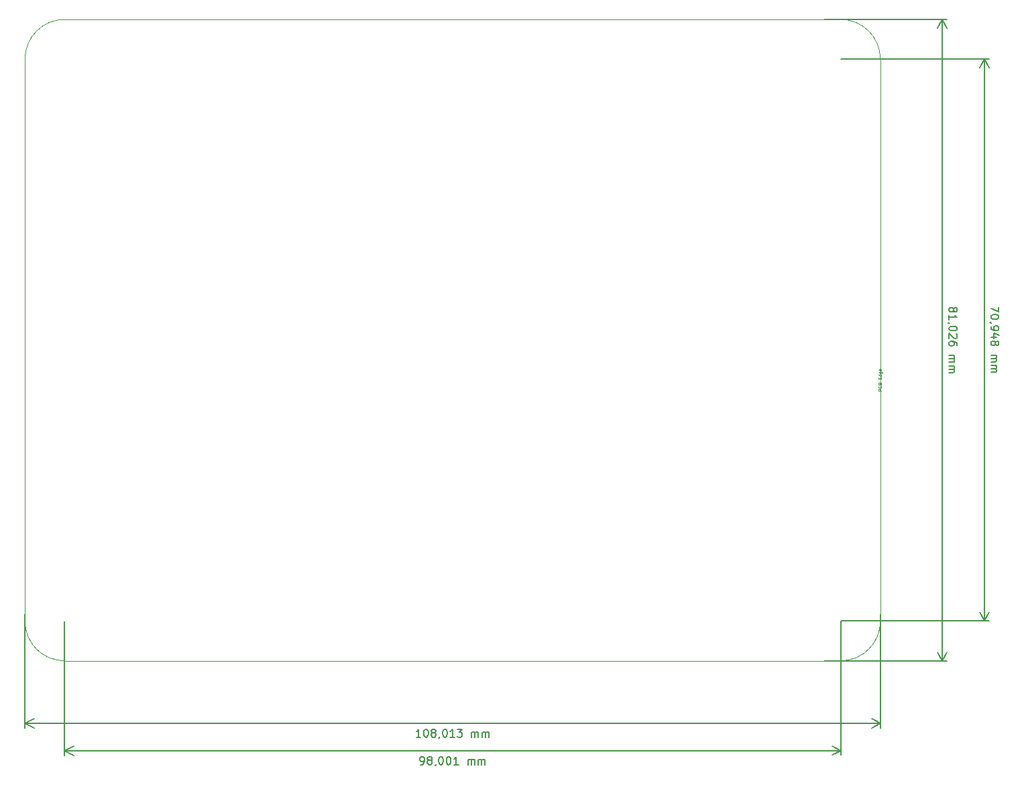
<source format=gbr>
%TF.GenerationSoftware,KiCad,Pcbnew,5.1.6-c6e7f7d~86~ubuntu18.04.1*%
%TF.CreationDate,2020-05-26T14:20:14+02:00*%
%TF.ProjectId,moeder_milda_v01,6d6f6564-6572-45f6-9d69-6c64615f7630,rev?*%
%TF.SameCoordinates,Original*%
%TF.FileFunction,OtherDrawing,Comment*%
%FSLAX46Y46*%
G04 Gerber Fmt 4.6, Leading zero omitted, Abs format (unit mm)*
G04 Created by KiCad (PCBNEW 5.1.6-c6e7f7d~86~ubuntu18.04.1) date 2020-05-26 14:20:14*
%MOMM*%
%LPD*%
G01*
G04 APERTURE LIST*
%ADD10C,0.050000*%
%ADD11C,0.150000*%
%ADD12C,0.040000*%
G04 APERTURE END LIST*
D10*
X135000000Y-16000000D02*
G75*
G02*
X140000000Y-21000000I0J-5000000D01*
G01*
D11*
X81962504Y-110111526D02*
X82152980Y-110111425D01*
X82248193Y-110063755D01*
X82295787Y-110016111D01*
X82390949Y-109873203D01*
X82438467Y-109682702D01*
X82438265Y-109301750D01*
X82390595Y-109206537D01*
X82342951Y-109158943D01*
X82247688Y-109111375D01*
X82057212Y-109111476D01*
X81961999Y-109159145D01*
X81914405Y-109206790D01*
X81866836Y-109302053D01*
X81866963Y-109540148D01*
X81914632Y-109635361D01*
X81962277Y-109682955D01*
X82057540Y-109730523D01*
X82248016Y-109730422D01*
X82343229Y-109682753D01*
X82390823Y-109635108D01*
X82438391Y-109539845D01*
X83009820Y-109539542D02*
X82914556Y-109491973D01*
X82866912Y-109444379D01*
X82819243Y-109349167D01*
X82819217Y-109301548D01*
X82866786Y-109206284D01*
X82914380Y-109158640D01*
X83009592Y-109110970D01*
X83200069Y-109110869D01*
X83295332Y-109158438D01*
X83342976Y-109206032D01*
X83390646Y-109301244D01*
X83390671Y-109348863D01*
X83343103Y-109444127D01*
X83295509Y-109491771D01*
X83200296Y-109539441D01*
X83009820Y-109539542D01*
X82914607Y-109587211D01*
X82867013Y-109634856D01*
X82819445Y-109730119D01*
X82819546Y-109920595D01*
X82867215Y-110015808D01*
X82914860Y-110063402D01*
X83010123Y-110110970D01*
X83200599Y-110110869D01*
X83295812Y-110063200D01*
X83343406Y-110015555D01*
X83390974Y-109920292D01*
X83390873Y-109729816D01*
X83343204Y-109634603D01*
X83295559Y-109587009D01*
X83200296Y-109539441D01*
X83867240Y-110062896D02*
X83867266Y-110110515D01*
X83819697Y-110205779D01*
X83772103Y-110253423D01*
X84485783Y-109110187D02*
X84581021Y-109110137D01*
X84676284Y-109157705D01*
X84723928Y-109205299D01*
X84771598Y-109300512D01*
X84819318Y-109490963D01*
X84819444Y-109729058D01*
X84771926Y-109919559D01*
X84724358Y-110014823D01*
X84676764Y-110062467D01*
X84581551Y-110110136D01*
X84486313Y-110110187D01*
X84391050Y-110062618D01*
X84343406Y-110015025D01*
X84295736Y-109919812D01*
X84248016Y-109729361D01*
X84247890Y-109491266D01*
X84295408Y-109300764D01*
X84342976Y-109205501D01*
X84390570Y-109157857D01*
X84485783Y-109110187D01*
X85438163Y-109109682D02*
X85533402Y-109109631D01*
X85628665Y-109157200D01*
X85676309Y-109204793D01*
X85723979Y-109300006D01*
X85771699Y-109490457D01*
X85771825Y-109728552D01*
X85724307Y-109919054D01*
X85676739Y-110014317D01*
X85629145Y-110061961D01*
X85533932Y-110109631D01*
X85438694Y-110109682D01*
X85343431Y-110062113D01*
X85295786Y-110014519D01*
X85248117Y-109919306D01*
X85200397Y-109728856D01*
X85200270Y-109490760D01*
X85247788Y-109300259D01*
X85295357Y-109204996D01*
X85342951Y-109157351D01*
X85438163Y-109109682D01*
X86724408Y-110108999D02*
X86152980Y-110109303D01*
X86438694Y-110109151D02*
X86438163Y-109109151D01*
X86343001Y-109252059D01*
X86247813Y-109347347D01*
X86152601Y-109395017D01*
X87914884Y-110108368D02*
X87914530Y-109441701D01*
X87914581Y-109536939D02*
X87962175Y-109489295D01*
X88057388Y-109441625D01*
X88200245Y-109441550D01*
X88295508Y-109489118D01*
X88343178Y-109584331D01*
X88343456Y-110108140D01*
X88343178Y-109584331D02*
X88390746Y-109489068D01*
X88485959Y-109441398D01*
X88628816Y-109441322D01*
X88724079Y-109488891D01*
X88771749Y-109584103D01*
X88772027Y-110107913D01*
X89248217Y-110107660D02*
X89247864Y-109440994D01*
X89247914Y-109536232D02*
X89295508Y-109488587D01*
X89390721Y-109440918D01*
X89533578Y-109440842D01*
X89628841Y-109488411D01*
X89676511Y-109583623D01*
X89676789Y-110107433D01*
X89676511Y-109583623D02*
X89724079Y-109488360D01*
X89819292Y-109440690D01*
X89962149Y-109440615D01*
X90057413Y-109488183D01*
X90105082Y-109583396D01*
X90105360Y-110107205D01*
X135009693Y-108330998D02*
X37008693Y-108382998D01*
X135001000Y-91948000D02*
X135010004Y-108917418D01*
X37000000Y-92000000D02*
X37009004Y-108969418D01*
X37008693Y-108382998D02*
X38134885Y-107795980D01*
X37008693Y-108382998D02*
X38135508Y-108968821D01*
X135009693Y-108330998D02*
X133882878Y-107745175D01*
X135009693Y-108330998D02*
X133883501Y-108918016D01*
X154956695Y-52283243D02*
X154956705Y-52949909D01*
X153956699Y-52521352D01*
X154956713Y-53521338D02*
X154956714Y-53616576D01*
X154909097Y-53711815D01*
X154861478Y-53759434D01*
X154766241Y-53807055D01*
X154575765Y-53854677D01*
X154337670Y-53854680D01*
X154147193Y-53807064D01*
X154051954Y-53759446D01*
X154004335Y-53711827D01*
X153956714Y-53616590D01*
X153956713Y-53521352D01*
X154004331Y-53426113D01*
X154051949Y-53378493D01*
X154147186Y-53330873D01*
X154337662Y-53283251D01*
X154575757Y-53283248D01*
X154766234Y-53330864D01*
X154861473Y-53378482D01*
X154909093Y-53426100D01*
X154956713Y-53521338D01*
X154004343Y-54330875D02*
X153956724Y-54330876D01*
X153861486Y-54283258D01*
X153813866Y-54235640D01*
X153956731Y-54807066D02*
X153956734Y-54997542D01*
X154004354Y-55092780D01*
X154051974Y-55140398D01*
X154194832Y-55235634D01*
X154385309Y-55283251D01*
X154766262Y-55283245D01*
X154861499Y-55235625D01*
X154909117Y-55188005D01*
X154956735Y-55092766D01*
X154956732Y-54902290D01*
X154909112Y-54807053D01*
X154861492Y-54759434D01*
X154766254Y-54711817D01*
X154528158Y-54711820D01*
X154432921Y-54759440D01*
X154385302Y-54807060D01*
X154337685Y-54902299D01*
X154337687Y-55092775D01*
X154385308Y-55188013D01*
X154432928Y-55235631D01*
X154528166Y-55283249D01*
X154623417Y-56140390D02*
X153956750Y-56140400D01*
X155004366Y-55902290D02*
X154290076Y-55664204D01*
X154290085Y-56283252D01*
X154528188Y-56807058D02*
X154575806Y-56711819D01*
X154623424Y-56664200D01*
X154718661Y-56616579D01*
X154766280Y-56616579D01*
X154861519Y-56664196D01*
X154909139Y-56711815D01*
X154956759Y-56807052D01*
X154956762Y-56997528D01*
X154909144Y-57092767D01*
X154861526Y-57140387D01*
X154766288Y-57188007D01*
X154718669Y-57188008D01*
X154623431Y-57140390D01*
X154575811Y-57092772D01*
X154528191Y-56997534D01*
X154528188Y-56807058D01*
X154480567Y-56711821D01*
X154432948Y-56664202D01*
X154337709Y-56616585D01*
X154147233Y-56616587D01*
X154051995Y-56664208D01*
X154004377Y-56711827D01*
X153956759Y-56807066D01*
X153956762Y-56997542D01*
X154004382Y-57092780D01*
X154052002Y-57140398D01*
X154147241Y-57188016D01*
X154337717Y-57188013D01*
X154432954Y-57140393D01*
X154480573Y-57092773D01*
X154528191Y-56997534D01*
X153956781Y-58378495D02*
X154623448Y-58378485D01*
X154528210Y-58378487D02*
X154575830Y-58426105D01*
X154623450Y-58521343D01*
X154623452Y-58664200D01*
X154575834Y-58759438D01*
X154480597Y-58807059D01*
X153956787Y-58807066D01*
X154480597Y-58807059D02*
X154575836Y-58854677D01*
X154623456Y-58949914D01*
X154623458Y-59092771D01*
X154575840Y-59188010D01*
X154480603Y-59235630D01*
X153956793Y-59235638D01*
X153956800Y-59711828D02*
X154623467Y-59711819D01*
X154528229Y-59711820D02*
X154575848Y-59759438D01*
X154623469Y-59854676D01*
X154623471Y-59997533D01*
X154575853Y-60092772D01*
X154480616Y-60140392D01*
X153956806Y-60140400D01*
X154480616Y-60140392D02*
X154575855Y-60188010D01*
X154623475Y-60283247D01*
X154623477Y-60426104D01*
X154575859Y-60521343D01*
X154480622Y-60568964D01*
X153956812Y-60568971D01*
X153109636Y-91947745D02*
X153108636Y-20999745D01*
X135001000Y-91948000D02*
X153696057Y-91947736D01*
X135000000Y-21000000D02*
X153695057Y-20999736D01*
X153108636Y-20999745D02*
X153695073Y-22126240D01*
X153108636Y-20999745D02*
X152522231Y-22126257D01*
X153109636Y-91947745D02*
X153696041Y-90821233D01*
X153109636Y-91947745D02*
X152523199Y-90821250D01*
X149247047Y-52562619D02*
X149294666Y-52467380D01*
X149342285Y-52419761D01*
X149437523Y-52372142D01*
X149485142Y-52372142D01*
X149580380Y-52419761D01*
X149628000Y-52467380D01*
X149675619Y-52562619D01*
X149675619Y-52753095D01*
X149628000Y-52848333D01*
X149580380Y-52895952D01*
X149485142Y-52943571D01*
X149437523Y-52943571D01*
X149342285Y-52895952D01*
X149294666Y-52848333D01*
X149247047Y-52753095D01*
X149247047Y-52562619D01*
X149199428Y-52467380D01*
X149151809Y-52419761D01*
X149056571Y-52372142D01*
X148866095Y-52372142D01*
X148770857Y-52419761D01*
X148723238Y-52467380D01*
X148675619Y-52562619D01*
X148675619Y-52753095D01*
X148723238Y-52848333D01*
X148770857Y-52895952D01*
X148866095Y-52943571D01*
X149056571Y-52943571D01*
X149151809Y-52895952D01*
X149199428Y-52848333D01*
X149247047Y-52753095D01*
X148675619Y-53895952D02*
X148675619Y-53324523D01*
X148675619Y-53610238D02*
X149675619Y-53610238D01*
X149532761Y-53515000D01*
X149437523Y-53419761D01*
X149389904Y-53324523D01*
X148723238Y-54372142D02*
X148675619Y-54372142D01*
X148580380Y-54324523D01*
X148532761Y-54276904D01*
X149675619Y-54991190D02*
X149675619Y-55086428D01*
X149628000Y-55181666D01*
X149580380Y-55229285D01*
X149485142Y-55276904D01*
X149294666Y-55324523D01*
X149056571Y-55324523D01*
X148866095Y-55276904D01*
X148770857Y-55229285D01*
X148723238Y-55181666D01*
X148675619Y-55086428D01*
X148675619Y-54991190D01*
X148723238Y-54895952D01*
X148770857Y-54848333D01*
X148866095Y-54800714D01*
X149056571Y-54753095D01*
X149294666Y-54753095D01*
X149485142Y-54800714D01*
X149580380Y-54848333D01*
X149628000Y-54895952D01*
X149675619Y-54991190D01*
X149580380Y-55705476D02*
X149628000Y-55753095D01*
X149675619Y-55848333D01*
X149675619Y-56086428D01*
X149628000Y-56181666D01*
X149580380Y-56229285D01*
X149485142Y-56276904D01*
X149389904Y-56276904D01*
X149247047Y-56229285D01*
X148675619Y-55657857D01*
X148675619Y-56276904D01*
X149675619Y-57134047D02*
X149675619Y-56943571D01*
X149628000Y-56848333D01*
X149580380Y-56800714D01*
X149437523Y-56705476D01*
X149247047Y-56657857D01*
X148866095Y-56657857D01*
X148770857Y-56705476D01*
X148723238Y-56753095D01*
X148675619Y-56848333D01*
X148675619Y-57038809D01*
X148723238Y-57134047D01*
X148770857Y-57181666D01*
X148866095Y-57229285D01*
X149104190Y-57229285D01*
X149199428Y-57181666D01*
X149247047Y-57134047D01*
X149294666Y-57038809D01*
X149294666Y-56848333D01*
X149247047Y-56753095D01*
X149199428Y-56705476D01*
X149104190Y-56657857D01*
X148675619Y-58419761D02*
X149342285Y-58419761D01*
X149247047Y-58419761D02*
X149294666Y-58467380D01*
X149342285Y-58562619D01*
X149342285Y-58705476D01*
X149294666Y-58800714D01*
X149199428Y-58848333D01*
X148675619Y-58848333D01*
X149199428Y-58848333D02*
X149294666Y-58895952D01*
X149342285Y-58991190D01*
X149342285Y-59134047D01*
X149294666Y-59229285D01*
X149199428Y-59276904D01*
X148675619Y-59276904D01*
X148675619Y-59753095D02*
X149342285Y-59753095D01*
X149247047Y-59753095D02*
X149294666Y-59800714D01*
X149342285Y-59895952D01*
X149342285Y-60038809D01*
X149294666Y-60134047D01*
X149199428Y-60181666D01*
X148675619Y-60181666D01*
X149199428Y-60181666D02*
X149294666Y-60229285D01*
X149342285Y-60324523D01*
X149342285Y-60467380D01*
X149294666Y-60562619D01*
X149199428Y-60610238D01*
X148675619Y-60610238D01*
X147828000Y-16002000D02*
X147828000Y-97028000D01*
X132943600Y-16002000D02*
X148414421Y-16002000D01*
X132943600Y-97028000D02*
X148414421Y-97028000D01*
X147828000Y-97028000D02*
X147241579Y-95901496D01*
X147828000Y-97028000D02*
X148414421Y-95901496D01*
X147828000Y-16002000D02*
X147241579Y-17128504D01*
X147828000Y-16002000D02*
X148414421Y-17128504D01*
X81963130Y-106641680D02*
X81391702Y-106641680D01*
X81677416Y-106641680D02*
X81677416Y-105641680D01*
X81582178Y-105784538D01*
X81486940Y-105879776D01*
X81391702Y-105927395D01*
X82582178Y-105641680D02*
X82677416Y-105641680D01*
X82772654Y-105689300D01*
X82820273Y-105736919D01*
X82867892Y-105832157D01*
X82915511Y-106022633D01*
X82915511Y-106260728D01*
X82867892Y-106451204D01*
X82820273Y-106546442D01*
X82772654Y-106594061D01*
X82677416Y-106641680D01*
X82582178Y-106641680D01*
X82486940Y-106594061D01*
X82439321Y-106546442D01*
X82391702Y-106451204D01*
X82344083Y-106260728D01*
X82344083Y-106022633D01*
X82391702Y-105832157D01*
X82439321Y-105736919D01*
X82486940Y-105689300D01*
X82582178Y-105641680D01*
X83486940Y-106070252D02*
X83391702Y-106022633D01*
X83344083Y-105975014D01*
X83296464Y-105879776D01*
X83296464Y-105832157D01*
X83344083Y-105736919D01*
X83391702Y-105689300D01*
X83486940Y-105641680D01*
X83677416Y-105641680D01*
X83772654Y-105689300D01*
X83820273Y-105736919D01*
X83867892Y-105832157D01*
X83867892Y-105879776D01*
X83820273Y-105975014D01*
X83772654Y-106022633D01*
X83677416Y-106070252D01*
X83486940Y-106070252D01*
X83391702Y-106117871D01*
X83344083Y-106165490D01*
X83296464Y-106260728D01*
X83296464Y-106451204D01*
X83344083Y-106546442D01*
X83391702Y-106594061D01*
X83486940Y-106641680D01*
X83677416Y-106641680D01*
X83772654Y-106594061D01*
X83820273Y-106546442D01*
X83867892Y-106451204D01*
X83867892Y-106260728D01*
X83820273Y-106165490D01*
X83772654Y-106117871D01*
X83677416Y-106070252D01*
X84344083Y-106594061D02*
X84344083Y-106641680D01*
X84296464Y-106736919D01*
X84248845Y-106784538D01*
X84963130Y-105641680D02*
X85058369Y-105641680D01*
X85153607Y-105689300D01*
X85201226Y-105736919D01*
X85248845Y-105832157D01*
X85296464Y-106022633D01*
X85296464Y-106260728D01*
X85248845Y-106451204D01*
X85201226Y-106546442D01*
X85153607Y-106594061D01*
X85058369Y-106641680D01*
X84963130Y-106641680D01*
X84867892Y-106594061D01*
X84820273Y-106546442D01*
X84772654Y-106451204D01*
X84725035Y-106260728D01*
X84725035Y-106022633D01*
X84772654Y-105832157D01*
X84820273Y-105736919D01*
X84867892Y-105689300D01*
X84963130Y-105641680D01*
X86248845Y-106641680D02*
X85677416Y-106641680D01*
X85963130Y-106641680D02*
X85963130Y-105641680D01*
X85867892Y-105784538D01*
X85772654Y-105879776D01*
X85677416Y-105927395D01*
X86582178Y-105641680D02*
X87201226Y-105641680D01*
X86867892Y-106022633D01*
X87010750Y-106022633D01*
X87105988Y-106070252D01*
X87153607Y-106117871D01*
X87201226Y-106213109D01*
X87201226Y-106451204D01*
X87153607Y-106546442D01*
X87105988Y-106594061D01*
X87010750Y-106641680D01*
X86725035Y-106641680D01*
X86629797Y-106594061D01*
X86582178Y-106546442D01*
X88391702Y-106641680D02*
X88391702Y-105975014D01*
X88391702Y-106070252D02*
X88439321Y-106022633D01*
X88534559Y-105975014D01*
X88677416Y-105975014D01*
X88772654Y-106022633D01*
X88820273Y-106117871D01*
X88820273Y-106641680D01*
X88820273Y-106117871D02*
X88867892Y-106022633D01*
X88963130Y-105975014D01*
X89105988Y-105975014D01*
X89201226Y-106022633D01*
X89248845Y-106117871D01*
X89248845Y-106641680D01*
X89725035Y-106641680D02*
X89725035Y-105975014D01*
X89725035Y-106070252D02*
X89772654Y-106022633D01*
X89867892Y-105975014D01*
X90010750Y-105975014D01*
X90105988Y-106022633D01*
X90153607Y-106117871D01*
X90153607Y-106641680D01*
X90153607Y-106117871D02*
X90201226Y-106022633D01*
X90296464Y-105975014D01*
X90439321Y-105975014D01*
X90534559Y-106022633D01*
X90582178Y-106117871D01*
X90582178Y-106641680D01*
X32004000Y-104889300D02*
X140017500Y-104889300D01*
X32004000Y-91122500D02*
X32004000Y-105475721D01*
X140017500Y-91122500D02*
X140017500Y-105475721D01*
X140017500Y-104889300D02*
X138890996Y-105475721D01*
X140017500Y-104889300D02*
X138890996Y-104302879D01*
X32004000Y-104889300D02*
X33130504Y-105475721D01*
X32004000Y-104889300D02*
X33130504Y-104302879D01*
D10*
X37000000Y-16000000D02*
X135000000Y-16000000D01*
X140000000Y-21000000D02*
X140000000Y-66000000D01*
X135000000Y-97000000D02*
X37000000Y-97000000D01*
X32000000Y-21000000D02*
G75*
G02*
X37000000Y-16000000I5000000J0D01*
G01*
X37000000Y-97000000D02*
G75*
G02*
X32000000Y-92000000I0J5000000D01*
G01*
X140000000Y-92000000D02*
G75*
G02*
X135000000Y-97000000I-5000000J0D01*
G01*
X32000000Y-92000000D02*
X32000000Y-21000000D01*
X140000000Y-66000000D02*
X140000000Y-92000000D01*
%TO.C,J1*%
D12*
X140137952Y-62902928D02*
X139737952Y-62902928D01*
X139737952Y-62750547D01*
X139757000Y-62712452D01*
X139776047Y-62693404D01*
X139814142Y-62674357D01*
X139871285Y-62674357D01*
X139909380Y-62693404D01*
X139928428Y-62712452D01*
X139947476Y-62750547D01*
X139947476Y-62902928D01*
X140099857Y-62274357D02*
X140118904Y-62293404D01*
X140137952Y-62350547D01*
X140137952Y-62388642D01*
X140118904Y-62445785D01*
X140080809Y-62483880D01*
X140042714Y-62502928D01*
X139966523Y-62521976D01*
X139909380Y-62521976D01*
X139833190Y-62502928D01*
X139795095Y-62483880D01*
X139757000Y-62445785D01*
X139737952Y-62388642D01*
X139737952Y-62350547D01*
X139757000Y-62293404D01*
X139776047Y-62274357D01*
X139928428Y-61969595D02*
X139947476Y-61912452D01*
X139966523Y-61893404D01*
X140004619Y-61874357D01*
X140061761Y-61874357D01*
X140099857Y-61893404D01*
X140118904Y-61912452D01*
X140137952Y-61950547D01*
X140137952Y-62102928D01*
X139737952Y-62102928D01*
X139737952Y-61969595D01*
X139757000Y-61931500D01*
X139776047Y-61912452D01*
X139814142Y-61893404D01*
X139852238Y-61893404D01*
X139890333Y-61912452D01*
X139909380Y-61931500D01*
X139928428Y-61969595D01*
X139928428Y-62102928D01*
X139928428Y-61398166D02*
X139928428Y-61264833D01*
X140137952Y-61207690D02*
X140137952Y-61398166D01*
X139737952Y-61398166D01*
X139737952Y-61207690D01*
X140137952Y-60864833D02*
X139737952Y-60864833D01*
X140118904Y-60864833D02*
X140137952Y-60902928D01*
X140137952Y-60979119D01*
X140118904Y-61017214D01*
X140099857Y-61036261D01*
X140061761Y-61055309D01*
X139947476Y-61055309D01*
X139909380Y-61036261D01*
X139890333Y-61017214D01*
X139871285Y-60979119D01*
X139871285Y-60902928D01*
X139890333Y-60864833D01*
X139871285Y-60502928D02*
X140195095Y-60502928D01*
X140233190Y-60521976D01*
X140252238Y-60541023D01*
X140271285Y-60579119D01*
X140271285Y-60636261D01*
X140252238Y-60674357D01*
X140118904Y-60502928D02*
X140137952Y-60541023D01*
X140137952Y-60617214D01*
X140118904Y-60655309D01*
X140099857Y-60674357D01*
X140061761Y-60693404D01*
X139947476Y-60693404D01*
X139909380Y-60674357D01*
X139890333Y-60655309D01*
X139871285Y-60617214D01*
X139871285Y-60541023D01*
X139890333Y-60502928D01*
X140118904Y-60160071D02*
X140137952Y-60198166D01*
X140137952Y-60274357D01*
X140118904Y-60312452D01*
X140080809Y-60331500D01*
X139928428Y-60331500D01*
X139890333Y-60312452D01*
X139871285Y-60274357D01*
X139871285Y-60198166D01*
X139890333Y-60160071D01*
X139928428Y-60141023D01*
X139966523Y-60141023D01*
X140004619Y-60331500D01*
%TD*%
M02*

</source>
